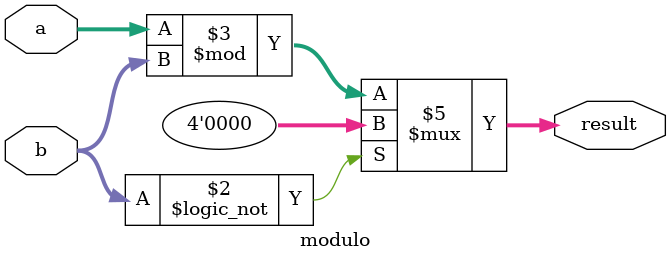
<source format=sv>
module modulo #(parameter N_bits = 4)(
    input logic [N_bits-1:0] a,
    input logic [N_bits-1:0] b,
    output logic [N_bits-1:0] result
);

    always_comb begin
        if (b == 0) begin
            result = {N_bits{1'b0}}; // Si b es cero, el resultado es cero
        end else begin
            result = a % b;
        end
    end

endmodule
</source>
